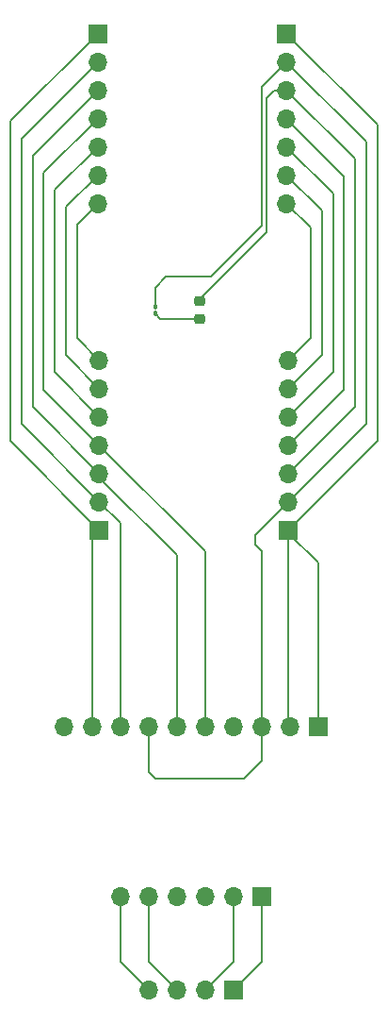
<source format=gbr>
%TF.GenerationSoftware,KiCad,Pcbnew,8.0.8*%
%TF.CreationDate,2025-02-10T09:30:07-08:00*%
%TF.ProjectId,pLUFsPCB,704c5546-7350-4434-922e-6b696361645f,1*%
%TF.SameCoordinates,Original*%
%TF.FileFunction,Copper,L1,Top*%
%TF.FilePolarity,Positive*%
%FSLAX46Y46*%
G04 Gerber Fmt 4.6, Leading zero omitted, Abs format (unit mm)*
G04 Created by KiCad (PCBNEW 8.0.8) date 2025-02-10 09:30:07*
%MOMM*%
%LPD*%
G01*
G04 APERTURE LIST*
G04 Aperture macros list*
%AMRoundRect*
0 Rectangle with rounded corners*
0 $1 Rounding radius*
0 $2 $3 $4 $5 $6 $7 $8 $9 X,Y pos of 4 corners*
0 Add a 4 corners polygon primitive as box body*
4,1,4,$2,$3,$4,$5,$6,$7,$8,$9,$2,$3,0*
0 Add four circle primitives for the rounded corners*
1,1,$1+$1,$2,$3*
1,1,$1+$1,$4,$5*
1,1,$1+$1,$6,$7*
1,1,$1+$1,$8,$9*
0 Add four rect primitives between the rounded corners*
20,1,$1+$1,$2,$3,$4,$5,0*
20,1,$1+$1,$4,$5,$6,$7,0*
20,1,$1+$1,$6,$7,$8,$9,0*
20,1,$1+$1,$8,$9,$2,$3,0*%
G04 Aperture macros list end*
%TA.AperFunction,ComponentPad*%
%ADD10R,1.700000X1.700000*%
%TD*%
%TA.AperFunction,ComponentPad*%
%ADD11O,1.700000X1.700000*%
%TD*%
%TA.AperFunction,SMDPad,CuDef*%
%ADD12RoundRect,0.218750X0.256250X-0.218750X0.256250X0.218750X-0.256250X0.218750X-0.256250X-0.218750X0*%
%TD*%
%TA.AperFunction,SMDPad,CuDef*%
%ADD13RoundRect,0.100000X0.100000X-0.130000X0.100000X0.130000X-0.100000X0.130000X-0.100000X-0.130000X0*%
%TD*%
%TA.AperFunction,Conductor*%
%ADD14C,0.200000*%
%TD*%
G04 APERTURE END LIST*
D10*
%TO.P,J1,1,Pin_1*%
%TO.N,Net-(J1-Pin_1)*%
X172000000Y-82725000D03*
D11*
%TO.P,J1,2,Pin_2*%
%TO.N,Net-(J1-Pin_2)*%
X172000000Y-80185000D03*
%TO.P,J1,3,Pin_3*%
%TO.N,Net-(D1-A)*%
X172000000Y-77645000D03*
%TO.P,J1,4,Pin_4*%
%TO.N,Net-(J1-Pin_4)*%
X172000000Y-75105000D03*
%TO.P,J1,5,Pin_5*%
%TO.N,Net-(J1-Pin_5)*%
X172000000Y-72565000D03*
%TO.P,J1,6,Pin_6*%
%TO.N,Net-(J1-Pin_6)*%
X172000000Y-70025000D03*
%TO.P,J1,7,Pin_7*%
%TO.N,Net-(J1-Pin_7)*%
X172000000Y-67485000D03*
%TD*%
D10*
%TO.P,J6,1,Pin_1*%
%TO.N,Net-(J1-Pin_1)*%
X171850000Y-38205000D03*
D11*
%TO.P,J6,2,Pin_2*%
%TO.N,Net-(J1-Pin_2)*%
X171850000Y-40745000D03*
%TO.P,J6,3,Pin_3*%
%TO.N,Net-(D1-A)*%
X171850000Y-43285000D03*
%TO.P,J6,4,Pin_4*%
%TO.N,Net-(J1-Pin_4)*%
X171850000Y-45825000D03*
%TO.P,J6,5,Pin_5*%
%TO.N,Net-(J1-Pin_5)*%
X171850000Y-48365000D03*
%TO.P,J6,6,Pin_6*%
%TO.N,Net-(J1-Pin_6)*%
X171850000Y-50905000D03*
%TO.P,J6,7,Pin_7*%
%TO.N,Net-(J1-Pin_7)*%
X171850000Y-53445000D03*
%TD*%
D12*
%TO.P,D1,1,K*%
%TO.N,Net-(D1-K)*%
X164000000Y-63787500D03*
%TO.P,D1,2,A*%
%TO.N,Net-(D1-A)*%
X164000000Y-62212500D03*
%TD*%
D10*
%TO.P,J3,1,Pin_1*%
%TO.N,Net-(J3-Pin_1)*%
X169600000Y-115645000D03*
D11*
%TO.P,J3,2,Pin_2*%
%TO.N,Net-(J3-Pin_2)*%
X167060000Y-115645000D03*
%TO.P,J3,3,Pin_3*%
%TO.N,unconnected-(J3-Pin_3-Pad3)*%
X164520000Y-115645000D03*
%TO.P,J3,4,Pin_4*%
%TO.N,unconnected-(J3-Pin_4-Pad4)*%
X161980000Y-115645000D03*
%TO.P,J3,5,Pin_5*%
%TO.N,Net-(J3-Pin_5)*%
X159440000Y-115645000D03*
%TO.P,J3,6,Pin_6*%
%TO.N,Net-(J3-Pin_6)*%
X156900000Y-115645000D03*
%TD*%
D10*
%TO.P,J5,1,Pin_1*%
%TO.N,Net-(J2-Pin_1)*%
X154850000Y-38200000D03*
D11*
%TO.P,J5,2,Pin_2*%
%TO.N,Net-(J2-Pin_2)*%
X154850000Y-40740000D03*
%TO.P,J5,3,Pin_3*%
%TO.N,Net-(J2-Pin_3)*%
X154850000Y-43280000D03*
%TO.P,J5,4,Pin_4*%
%TO.N,Net-(J2-Pin_4)*%
X154850000Y-45820000D03*
%TO.P,J5,5,Pin_5*%
%TO.N,Net-(J2-Pin_5)*%
X154850000Y-48360000D03*
%TO.P,J5,6,Pin_6*%
%TO.N,Net-(J2-Pin_6)*%
X154850000Y-50900000D03*
%TO.P,J5,7,Pin_7*%
%TO.N,Net-(J2-Pin_7)*%
X154850000Y-53440000D03*
%TD*%
D10*
%TO.P,J7,1,Pin_1*%
%TO.N,Net-(J3-Pin_1)*%
X167080000Y-124000000D03*
D11*
%TO.P,J7,2,Pin_2*%
%TO.N,Net-(J3-Pin_2)*%
X164540000Y-124000000D03*
%TO.P,J7,3,Pin_3*%
%TO.N,Net-(J3-Pin_5)*%
X162000000Y-124000000D03*
%TO.P,J7,4,Pin_4*%
%TO.N,Net-(J3-Pin_6)*%
X159460000Y-124000000D03*
%TD*%
D10*
%TO.P,J4,1,Pin_1*%
%TO.N,Net-(J1-Pin_1)*%
X174675000Y-100405000D03*
D11*
%TO.P,J4,2,Pin_2*%
X172135000Y-100405000D03*
%TO.P,J4,3,Pin_3*%
%TO.N,Net-(J1-Pin_2)*%
X169595000Y-100405000D03*
%TO.P,J4,4,Pin_4*%
%TO.N,Net-(J1-Pin_1)*%
X167055000Y-100405000D03*
%TO.P,J4,5,Pin_5*%
%TO.N,Net-(J2-Pin_4)*%
X164515000Y-100405000D03*
%TO.P,J4,6,Pin_6*%
%TO.N,Net-(J2-Pin_3)*%
X161975000Y-100405000D03*
%TO.P,J4,7,Pin_7*%
%TO.N,Net-(J1-Pin_2)*%
X159435000Y-100405000D03*
%TO.P,J4,8,Pin_8*%
%TO.N,Net-(J2-Pin_2)*%
X156895000Y-100405000D03*
%TO.P,J4,9,Pin_9*%
%TO.N,Net-(J2-Pin_1)*%
X154355000Y-100405000D03*
%TO.P,J4,10,Pin_10*%
%TO.N,Net-(J1-Pin_1)*%
X151815000Y-100405000D03*
%TD*%
D10*
%TO.P,J2,1,Pin_1*%
%TO.N,Net-(J2-Pin_1)*%
X155000000Y-82725000D03*
D11*
%TO.P,J2,2,Pin_2*%
%TO.N,Net-(J2-Pin_2)*%
X155000000Y-80185000D03*
%TO.P,J2,3,Pin_3*%
%TO.N,Net-(J2-Pin_3)*%
X155000000Y-77645000D03*
%TO.P,J2,4,Pin_4*%
%TO.N,Net-(J2-Pin_4)*%
X155000000Y-75105000D03*
%TO.P,J2,5,Pin_5*%
%TO.N,Net-(J2-Pin_5)*%
X155000000Y-72565000D03*
%TO.P,J2,6,Pin_6*%
%TO.N,Net-(J2-Pin_6)*%
X155000000Y-70025000D03*
%TO.P,J2,7,Pin_7*%
%TO.N,Net-(J2-Pin_7)*%
X155000000Y-67485000D03*
%TD*%
D13*
%TO.P,R2,1*%
%TO.N,Net-(D1-K)*%
X160000000Y-63320000D03*
%TO.P,R2,2*%
%TO.N,Net-(J1-Pin_2)*%
X160000000Y-62680000D03*
%TD*%
D14*
%TO.N,Net-(D1-K)*%
X160467500Y-63787500D02*
X160000000Y-63320000D01*
X164000000Y-63787500D02*
X160467500Y-63787500D01*
%TO.N,Net-(D1-A)*%
X170000000Y-56000000D02*
X164000000Y-62000000D01*
X171850000Y-43285000D02*
X170715000Y-43285000D01*
X178000000Y-71645000D02*
X172000000Y-77645000D01*
X170000000Y-44000000D02*
X170000000Y-56000000D01*
X171850000Y-43285000D02*
X178000000Y-49435000D01*
X178000000Y-49435000D02*
X178000000Y-71645000D01*
X164000000Y-62000000D02*
X164000000Y-62212500D01*
X170715000Y-43285000D02*
X170000000Y-44000000D01*
%TO.N,Net-(J1-Pin_2)*%
X179000000Y-73185000D02*
X172000000Y-80185000D01*
X169000000Y-83185000D02*
X169000000Y-84000000D01*
X169595000Y-103405000D02*
X169595000Y-100405000D01*
X165000000Y-60000000D02*
X169600000Y-55400000D01*
X169600000Y-55400000D02*
X169600000Y-42995000D01*
X179000000Y-47895000D02*
X179000000Y-73185000D01*
X171850000Y-40745000D02*
X179000000Y-47895000D01*
X169000000Y-84000000D02*
X169595000Y-84595000D01*
X161000000Y-60000000D02*
X165000000Y-60000000D01*
X159435000Y-104435000D02*
X160000000Y-105000000D01*
X160000000Y-62680000D02*
X160000000Y-61000000D01*
X169600000Y-42995000D02*
X171850000Y-40745000D01*
X160000000Y-61000000D02*
X161000000Y-60000000D01*
X160000000Y-105000000D02*
X168000000Y-105000000D01*
X168000000Y-105000000D02*
X169595000Y-103405000D01*
X159435000Y-100405000D02*
X159435000Y-104435000D01*
X169595000Y-84595000D02*
X169595000Y-100405000D01*
X172000000Y-80185000D02*
X169000000Y-83185000D01*
%TO.N,Net-(J1-Pin_1)*%
X180000000Y-46355000D02*
X180000000Y-74725000D01*
X172000000Y-100270000D02*
X172135000Y-100405000D01*
X172000000Y-83000000D02*
X174675000Y-85675000D01*
X171850000Y-38205000D02*
X180000000Y-46355000D01*
X172000000Y-82725000D02*
X172000000Y-83000000D01*
X174675000Y-85675000D02*
X174675000Y-100405000D01*
X180000000Y-74725000D02*
X172000000Y-82725000D01*
X172000000Y-82725000D02*
X172000000Y-100270000D01*
%TO.N,Net-(J1-Pin_6)*%
X171850000Y-50905000D02*
X175000000Y-54055000D01*
X175000000Y-54055000D02*
X175000000Y-67025000D01*
X175000000Y-67025000D02*
X172000000Y-70025000D01*
%TO.N,Net-(J1-Pin_4)*%
X177000000Y-50975000D02*
X177000000Y-70105000D01*
X171850000Y-45825000D02*
X177000000Y-50975000D01*
X177000000Y-70105000D02*
X172000000Y-75105000D01*
%TO.N,Net-(J1-Pin_7)*%
X174000000Y-65485000D02*
X172000000Y-67485000D01*
X171850000Y-53445000D02*
X174000000Y-55595000D01*
X174000000Y-55595000D02*
X174000000Y-65485000D01*
%TO.N,Net-(J1-Pin_5)*%
X176000000Y-52515000D02*
X176000000Y-68565000D01*
X171850000Y-48365000D02*
X176000000Y-52515000D01*
X176000000Y-68565000D02*
X172000000Y-72565000D01*
%TO.N,Net-(J2-Pin_5)*%
X151000000Y-68565000D02*
X155000000Y-72565000D01*
X151000000Y-52210000D02*
X151000000Y-68565000D01*
X154850000Y-48360000D02*
X151000000Y-52210000D01*
%TO.N,Net-(J2-Pin_4)*%
X155000000Y-75105000D02*
X164515000Y-84620000D01*
X150000000Y-70105000D02*
X155000000Y-75105000D01*
X164515000Y-84620000D02*
X164515000Y-100405000D01*
X154850000Y-45820000D02*
X150000000Y-50670000D01*
X150000000Y-50670000D02*
X150000000Y-70105000D01*
%TO.N,Net-(J2-Pin_3)*%
X149000000Y-71645000D02*
X155000000Y-77645000D01*
X149000000Y-49130000D02*
X149000000Y-71645000D01*
X161975000Y-84975000D02*
X161975000Y-100405000D01*
X155000000Y-77645000D02*
X155000000Y-78000000D01*
X154850000Y-43280000D02*
X149000000Y-49130000D01*
X155000000Y-78000000D02*
X161975000Y-84975000D01*
%TO.N,Net-(J2-Pin_6)*%
X152000000Y-53750000D02*
X152000000Y-67025000D01*
X152000000Y-67025000D02*
X155000000Y-70025000D01*
X154850000Y-50900000D02*
X152000000Y-53750000D01*
%TO.N,Net-(J2-Pin_2)*%
X155000000Y-80185000D02*
X156895000Y-82080000D01*
X148000000Y-47590000D02*
X154850000Y-40740000D01*
X148000000Y-73185000D02*
X148000000Y-47590000D01*
X155000000Y-80185000D02*
X148000000Y-73185000D01*
X156895000Y-82080000D02*
X156895000Y-100405000D01*
%TO.N,Net-(J3-Pin_6)*%
X156900000Y-115645000D02*
X156900000Y-121440000D01*
X156900000Y-121440000D02*
X159460000Y-124000000D01*
%TO.N,Net-(J3-Pin_5)*%
X159440000Y-115645000D02*
X159440000Y-121440000D01*
X159440000Y-121440000D02*
X162000000Y-124000000D01*
%TO.N,Net-(J3-Pin_2)*%
X167060000Y-121480000D02*
X164540000Y-124000000D01*
X167060000Y-115645000D02*
X167060000Y-121480000D01*
%TO.N,Net-(J3-Pin_1)*%
X169600000Y-115645000D02*
X169600000Y-121480000D01*
X169600000Y-121480000D02*
X167080000Y-124000000D01*
%TO.N,Net-(J2-Pin_7)*%
X154850000Y-53440000D02*
X153000000Y-55290000D01*
X153000000Y-55290000D02*
X153000000Y-65485000D01*
X153000000Y-65485000D02*
X155000000Y-67485000D01*
%TO.N,Net-(J2-Pin_1)*%
X154355000Y-83645000D02*
X154355000Y-100405000D01*
X147000000Y-74725000D02*
X147000000Y-46050000D01*
X147000000Y-46050000D02*
X154850000Y-38200000D01*
X155000000Y-82725000D02*
X155000000Y-83000000D01*
X155000000Y-83000000D02*
X154355000Y-83645000D01*
X155000000Y-82725000D02*
X147000000Y-74725000D01*
%TD*%
M02*

</source>
